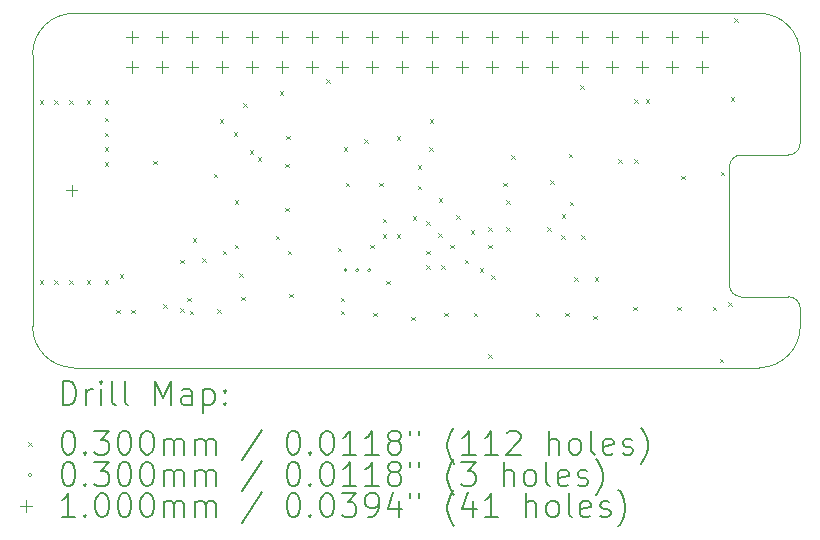
<source format=gbr>
%TF.GenerationSoftware,KiCad,Pcbnew,8.0.3-8.0.3-0~ubuntu22.04.1*%
%TF.CreationDate,2025-01-19T16:51:54+01:00*%
%TF.ProjectId,ADC_pHAT_AFE_ADC10080,4144435f-7048-4415-945f-4146455f4144,rev?*%
%TF.SameCoordinates,PX5cbead0PY5705d50*%
%TF.FileFunction,Drillmap*%
%TF.FilePolarity,Positive*%
%FSLAX45Y45*%
G04 Gerber Fmt 4.5, Leading zero omitted, Abs format (unit mm)*
G04 Created by KiCad (PCBNEW 8.0.3-8.0.3-0~ubuntu22.04.1) date 2025-01-19 16:51:54*
%MOMM*%
%LPD*%
G01*
G04 APERTURE LIST*
%ADD10C,0.100000*%
%ADD11C,0.200000*%
G04 APERTURE END LIST*
D10*
X6500000Y350000D02*
G75*
G02*
X6150000Y0I-350000J0D01*
G01*
X6150000Y0D02*
X350000Y0D01*
X5900000Y1700000D02*
G75*
G02*
X6000000Y1800000I100000J0D01*
G01*
X6000000Y1800000D02*
X6400000Y1800000D01*
X6400000Y600000D02*
G75*
G02*
X6500000Y500000I0J-100000D01*
G01*
X0Y350000D02*
X0Y2650000D01*
X6150000Y3000000D02*
G75*
G02*
X6500000Y2650000I0J-350000D01*
G01*
X5900000Y700000D02*
X5900000Y1700000D01*
X6500000Y1900000D02*
G75*
G02*
X6400000Y1800000I-100000J0D01*
G01*
X6000000Y600000D02*
G75*
G02*
X5900000Y700000I0J100000D01*
G01*
X0Y2650000D02*
G75*
G02*
X350000Y3000000I350000J0D01*
G01*
X350000Y3000000D02*
X6150000Y3000000D01*
X6400000Y600000D02*
X6000000Y600000D01*
X350000Y0D02*
G75*
G02*
X0Y350000I0J350000D01*
G01*
X6500000Y2650000D02*
X6500000Y1900000D01*
X6500000Y500000D02*
X6500000Y350000D01*
D11*
D10*
X60000Y2265000D02*
X90000Y2235000D01*
X90000Y2265000D02*
X60000Y2235000D01*
X60000Y740000D02*
X90000Y710000D01*
X90000Y740000D02*
X60000Y710000D01*
X185000Y2265000D02*
X215000Y2235000D01*
X215000Y2265000D02*
X185000Y2235000D01*
X185000Y740000D02*
X215000Y710000D01*
X215000Y740000D02*
X185000Y710000D01*
X310000Y2265000D02*
X340000Y2235000D01*
X340000Y2265000D02*
X310000Y2235000D01*
X310000Y740000D02*
X340000Y710000D01*
X340000Y740000D02*
X310000Y710000D01*
X460000Y2265000D02*
X490000Y2235000D01*
X490000Y2265000D02*
X460000Y2235000D01*
X460000Y740000D02*
X490000Y710000D01*
X490000Y740000D02*
X460000Y710000D01*
X610000Y2265000D02*
X640000Y2235000D01*
X640000Y2265000D02*
X610000Y2235000D01*
X610000Y2115000D02*
X640000Y2085000D01*
X640000Y2115000D02*
X610000Y2085000D01*
X610000Y1990000D02*
X640000Y1960000D01*
X640000Y1990000D02*
X610000Y1960000D01*
X610000Y1865000D02*
X640000Y1835000D01*
X640000Y1865000D02*
X610000Y1835000D01*
X610000Y1740000D02*
X640000Y1710000D01*
X640000Y1740000D02*
X610000Y1710000D01*
X610000Y740000D02*
X640000Y710000D01*
X640000Y740000D02*
X610000Y710000D01*
X710000Y490000D02*
X740000Y460000D01*
X740000Y490000D02*
X710000Y460000D01*
X740000Y790000D02*
X770000Y760000D01*
X770000Y790000D02*
X740000Y760000D01*
X835000Y490000D02*
X865000Y460000D01*
X865000Y490000D02*
X835000Y460000D01*
X1022500Y1752500D02*
X1052500Y1722500D01*
X1052500Y1752500D02*
X1022500Y1722500D01*
X1105000Y535000D02*
X1135000Y505000D01*
X1135000Y535000D02*
X1105000Y505000D01*
X1250000Y915000D02*
X1280000Y885000D01*
X1280000Y915000D02*
X1250000Y885000D01*
X1250000Y505000D02*
X1280000Y475000D01*
X1280000Y505000D02*
X1250000Y475000D01*
X1310000Y590000D02*
X1340000Y560000D01*
X1340000Y590000D02*
X1310000Y560000D01*
X1330000Y480000D02*
X1360000Y450000D01*
X1360000Y480000D02*
X1330000Y450000D01*
X1355000Y1095000D02*
X1385000Y1065000D01*
X1385000Y1095000D02*
X1355000Y1065000D01*
X1435000Y925000D02*
X1465000Y895000D01*
X1465000Y925000D02*
X1435000Y895000D01*
X1535000Y1640000D02*
X1565000Y1610000D01*
X1565000Y1640000D02*
X1535000Y1610000D01*
X1565000Y495000D02*
X1595000Y465000D01*
X1595000Y495000D02*
X1565000Y465000D01*
X1585000Y2105000D02*
X1615000Y2075000D01*
X1615000Y2105000D02*
X1585000Y2075000D01*
X1610000Y990000D02*
X1640000Y960000D01*
X1640000Y990000D02*
X1610000Y960000D01*
X1705000Y1995000D02*
X1735000Y1965000D01*
X1735000Y1995000D02*
X1705000Y1965000D01*
X1710000Y1415000D02*
X1740000Y1385000D01*
X1740000Y1415000D02*
X1710000Y1385000D01*
X1710000Y1040000D02*
X1740000Y1010000D01*
X1740000Y1040000D02*
X1710000Y1010000D01*
X1750000Y800000D02*
X1780000Y770000D01*
X1780000Y800000D02*
X1750000Y770000D01*
X1765000Y600000D02*
X1795000Y570000D01*
X1795000Y600000D02*
X1765000Y570000D01*
X1785000Y2240000D02*
X1815000Y2210000D01*
X1815000Y2240000D02*
X1785000Y2210000D01*
X1840000Y1840000D02*
X1870000Y1810000D01*
X1870000Y1840000D02*
X1840000Y1810000D01*
X1905000Y1780000D02*
X1935000Y1750000D01*
X1935000Y1780000D02*
X1905000Y1750000D01*
X2060000Y1115000D02*
X2090000Y1085000D01*
X2090000Y1115000D02*
X2060000Y1085000D01*
X2092000Y2340000D02*
X2122000Y2310000D01*
X2122000Y2340000D02*
X2092000Y2310000D01*
X2140000Y1725000D02*
X2170000Y1695000D01*
X2170000Y1725000D02*
X2140000Y1695000D01*
X2140000Y1355000D02*
X2170000Y1325000D01*
X2170000Y1355000D02*
X2140000Y1325000D01*
X2147500Y1962500D02*
X2177500Y1932500D01*
X2177500Y1962500D02*
X2147500Y1932500D01*
X2160000Y990000D02*
X2190000Y960000D01*
X2190000Y990000D02*
X2160000Y960000D01*
X2175000Y625000D02*
X2205000Y595000D01*
X2205000Y625000D02*
X2175000Y595000D01*
X2485000Y2440000D02*
X2515000Y2410000D01*
X2515000Y2440000D02*
X2485000Y2410000D01*
X2585000Y1015000D02*
X2615000Y985000D01*
X2615000Y1015000D02*
X2585000Y985000D01*
X2610000Y590000D02*
X2640000Y560000D01*
X2640000Y590000D02*
X2610000Y560000D01*
X2610000Y480000D02*
X2640000Y450000D01*
X2640000Y480000D02*
X2610000Y450000D01*
X2635000Y1865000D02*
X2665000Y1835000D01*
X2665000Y1865000D02*
X2635000Y1835000D01*
X2650000Y1565000D02*
X2680000Y1535000D01*
X2680000Y1565000D02*
X2650000Y1535000D01*
X2810000Y1935000D02*
X2840000Y1905000D01*
X2840000Y1935000D02*
X2810000Y1905000D01*
X2860000Y1040000D02*
X2890000Y1010000D01*
X2890000Y1040000D02*
X2860000Y1010000D01*
X2884500Y464000D02*
X2914500Y434000D01*
X2914500Y464000D02*
X2884500Y434000D01*
X2935000Y1565000D02*
X2965000Y1535000D01*
X2965000Y1565000D02*
X2935000Y1535000D01*
X2965000Y1260000D02*
X2995000Y1230000D01*
X2995000Y1260000D02*
X2965000Y1230000D01*
X2965000Y1130000D02*
X2995000Y1100000D01*
X2995000Y1130000D02*
X2965000Y1100000D01*
X2995000Y735000D02*
X3025000Y705000D01*
X3025000Y735000D02*
X2995000Y705000D01*
X3085000Y1960000D02*
X3115000Y1930000D01*
X3115000Y1960000D02*
X3085000Y1930000D01*
X3085000Y1130000D02*
X3115000Y1100000D01*
X3115000Y1130000D02*
X3085000Y1100000D01*
X3204500Y429000D02*
X3234500Y399000D01*
X3234500Y429000D02*
X3204500Y399000D01*
X3220000Y1280000D02*
X3250000Y1250000D01*
X3250000Y1280000D02*
X3220000Y1250000D01*
X3260000Y1715000D02*
X3290000Y1685000D01*
X3290000Y1715000D02*
X3260000Y1685000D01*
X3260000Y1540000D02*
X3290000Y1510000D01*
X3290000Y1540000D02*
X3260000Y1510000D01*
X3335000Y1240000D02*
X3365000Y1210000D01*
X3365000Y1240000D02*
X3335000Y1210000D01*
X3335000Y990000D02*
X3365000Y960000D01*
X3365000Y990000D02*
X3335000Y960000D01*
X3335000Y865000D02*
X3365000Y835000D01*
X3365000Y865000D02*
X3335000Y835000D01*
X3360000Y1865000D02*
X3390000Y1835000D01*
X3390000Y1865000D02*
X3360000Y1835000D01*
X3362000Y2104000D02*
X3392000Y2074000D01*
X3392000Y2104000D02*
X3362000Y2074000D01*
X3435000Y1140000D02*
X3465000Y1110000D01*
X3465000Y1140000D02*
X3435000Y1110000D01*
X3440000Y1435000D02*
X3470000Y1405000D01*
X3470000Y1435000D02*
X3440000Y1405000D01*
X3460000Y865000D02*
X3490000Y835000D01*
X3490000Y865000D02*
X3460000Y835000D01*
X3484500Y464000D02*
X3514500Y434000D01*
X3514500Y464000D02*
X3484500Y434000D01*
X3535000Y1040000D02*
X3565000Y1010000D01*
X3565000Y1040000D02*
X3535000Y1010000D01*
X3585000Y1290000D02*
X3615000Y1260000D01*
X3615000Y1290000D02*
X3585000Y1260000D01*
X3660000Y915000D02*
X3690000Y885000D01*
X3690000Y915000D02*
X3660000Y885000D01*
X3710000Y1165000D02*
X3740000Y1135000D01*
X3740000Y1165000D02*
X3710000Y1135000D01*
X3734500Y464000D02*
X3764500Y434000D01*
X3764500Y464000D02*
X3734500Y434000D01*
X3785000Y840000D02*
X3815000Y810000D01*
X3815000Y840000D02*
X3785000Y810000D01*
X3860000Y1190000D02*
X3890000Y1160000D01*
X3890000Y1190000D02*
X3860000Y1160000D01*
X3860000Y1040000D02*
X3890000Y1010000D01*
X3890000Y1040000D02*
X3860000Y1010000D01*
X3860000Y115000D02*
X3890000Y85000D01*
X3890000Y115000D02*
X3860000Y85000D01*
X3885000Y782500D02*
X3915000Y752500D01*
X3915000Y782500D02*
X3885000Y752500D01*
X3985000Y1565000D02*
X4015000Y1535000D01*
X4015000Y1565000D02*
X3985000Y1535000D01*
X4010000Y1415000D02*
X4040000Y1385000D01*
X4040000Y1415000D02*
X4010000Y1385000D01*
X4010000Y1190000D02*
X4040000Y1160000D01*
X4040000Y1190000D02*
X4010000Y1160000D01*
X4054500Y1799000D02*
X4084500Y1769000D01*
X4084500Y1799000D02*
X4054500Y1769000D01*
X4259500Y464000D02*
X4289500Y434000D01*
X4289500Y464000D02*
X4259500Y434000D01*
X4360000Y1190000D02*
X4390000Y1160000D01*
X4390000Y1190000D02*
X4360000Y1160000D01*
X4385000Y1585000D02*
X4415000Y1555000D01*
X4415000Y1585000D02*
X4385000Y1555000D01*
X4475000Y1120000D02*
X4505000Y1090000D01*
X4505000Y1120000D02*
X4475000Y1090000D01*
X4480000Y1300000D02*
X4510000Y1270000D01*
X4510000Y1300000D02*
X4480000Y1270000D01*
X4509500Y464000D02*
X4539500Y434000D01*
X4539500Y464000D02*
X4509500Y434000D01*
X4540000Y1810000D02*
X4570000Y1780000D01*
X4570000Y1810000D02*
X4540000Y1780000D01*
X4550000Y1405000D02*
X4580000Y1375000D01*
X4580000Y1405000D02*
X4550000Y1375000D01*
X4585000Y765000D02*
X4615000Y735000D01*
X4615000Y765000D02*
X4585000Y735000D01*
X4635000Y2390000D02*
X4665000Y2360000D01*
X4665000Y2390000D02*
X4635000Y2360000D01*
X4645000Y1120000D02*
X4675000Y1090000D01*
X4675000Y1120000D02*
X4645000Y1090000D01*
X4747000Y439000D02*
X4777000Y409000D01*
X4777000Y439000D02*
X4747000Y409000D01*
X4760000Y765000D02*
X4790000Y735000D01*
X4790000Y765000D02*
X4760000Y735000D01*
X4960000Y1765000D02*
X4990000Y1735000D01*
X4990000Y1765000D02*
X4960000Y1735000D01*
X5087000Y516500D02*
X5117000Y486500D01*
X5117000Y516500D02*
X5087000Y486500D01*
X5095000Y2270000D02*
X5125000Y2240000D01*
X5125000Y2270000D02*
X5095000Y2240000D01*
X5095000Y1765000D02*
X5125000Y1735000D01*
X5125000Y1765000D02*
X5095000Y1735000D01*
X5190000Y2270000D02*
X5220000Y2240000D01*
X5220000Y2270000D02*
X5190000Y2240000D01*
X5459500Y514000D02*
X5489500Y484000D01*
X5489500Y514000D02*
X5459500Y484000D01*
X5490000Y1625000D02*
X5520000Y1595000D01*
X5520000Y1625000D02*
X5490000Y1595000D01*
X5759500Y514000D02*
X5789500Y484000D01*
X5789500Y514000D02*
X5759500Y484000D01*
X5820000Y75000D02*
X5850000Y45000D01*
X5850000Y75000D02*
X5820000Y45000D01*
X5825000Y1660000D02*
X5855000Y1630000D01*
X5855000Y1660000D02*
X5825000Y1630000D01*
X5890000Y555000D02*
X5920000Y525000D01*
X5920000Y555000D02*
X5890000Y525000D01*
X5910000Y2290000D02*
X5940000Y2260000D01*
X5940000Y2290000D02*
X5910000Y2260000D01*
X5940000Y2960000D02*
X5970000Y2930000D01*
X5970000Y2960000D02*
X5940000Y2930000D01*
X2665000Y825000D02*
G75*
G02*
X2635000Y825000I-15000J0D01*
G01*
X2635000Y825000D02*
G75*
G02*
X2665000Y825000I15000J0D01*
G01*
X2765000Y825000D02*
G75*
G02*
X2735000Y825000I-15000J0D01*
G01*
X2735000Y825000D02*
G75*
G02*
X2765000Y825000I15000J0D01*
G01*
X2865000Y825000D02*
G75*
G02*
X2835000Y825000I-15000J0D01*
G01*
X2835000Y825000D02*
G75*
G02*
X2865000Y825000I15000J0D01*
G01*
X330000Y1550000D02*
X330000Y1450000D01*
X280000Y1500000D02*
X380000Y1500000D01*
X840000Y2850000D02*
X840000Y2750000D01*
X790000Y2800000D02*
X890000Y2800000D01*
X840000Y2596000D02*
X840000Y2496000D01*
X790000Y2546000D02*
X890000Y2546000D01*
X1094000Y2850000D02*
X1094000Y2750000D01*
X1044000Y2800000D02*
X1144000Y2800000D01*
X1094000Y2596000D02*
X1094000Y2496000D01*
X1044000Y2546000D02*
X1144000Y2546000D01*
X1348000Y2850000D02*
X1348000Y2750000D01*
X1298000Y2800000D02*
X1398000Y2800000D01*
X1348000Y2596000D02*
X1348000Y2496000D01*
X1298000Y2546000D02*
X1398000Y2546000D01*
X1602000Y2850000D02*
X1602000Y2750000D01*
X1552000Y2800000D02*
X1652000Y2800000D01*
X1602000Y2596000D02*
X1602000Y2496000D01*
X1552000Y2546000D02*
X1652000Y2546000D01*
X1856000Y2850000D02*
X1856000Y2750000D01*
X1806000Y2800000D02*
X1906000Y2800000D01*
X1856000Y2596000D02*
X1856000Y2496000D01*
X1806000Y2546000D02*
X1906000Y2546000D01*
X2110000Y2850000D02*
X2110000Y2750000D01*
X2060000Y2800000D02*
X2160000Y2800000D01*
X2110000Y2596000D02*
X2110000Y2496000D01*
X2060000Y2546000D02*
X2160000Y2546000D01*
X2364000Y2850000D02*
X2364000Y2750000D01*
X2314000Y2800000D02*
X2414000Y2800000D01*
X2364000Y2596000D02*
X2364000Y2496000D01*
X2314000Y2546000D02*
X2414000Y2546000D01*
X2618000Y2850000D02*
X2618000Y2750000D01*
X2568000Y2800000D02*
X2668000Y2800000D01*
X2618000Y2596000D02*
X2618000Y2496000D01*
X2568000Y2546000D02*
X2668000Y2546000D01*
X2872000Y2850000D02*
X2872000Y2750000D01*
X2822000Y2800000D02*
X2922000Y2800000D01*
X2872000Y2596000D02*
X2872000Y2496000D01*
X2822000Y2546000D02*
X2922000Y2546000D01*
X3126000Y2850000D02*
X3126000Y2750000D01*
X3076000Y2800000D02*
X3176000Y2800000D01*
X3126000Y2596000D02*
X3126000Y2496000D01*
X3076000Y2546000D02*
X3176000Y2546000D01*
X3380000Y2850000D02*
X3380000Y2750000D01*
X3330000Y2800000D02*
X3430000Y2800000D01*
X3380000Y2596000D02*
X3380000Y2496000D01*
X3330000Y2546000D02*
X3430000Y2546000D01*
X3634000Y2850000D02*
X3634000Y2750000D01*
X3584000Y2800000D02*
X3684000Y2800000D01*
X3634000Y2596000D02*
X3634000Y2496000D01*
X3584000Y2546000D02*
X3684000Y2546000D01*
X3888000Y2850000D02*
X3888000Y2750000D01*
X3838000Y2800000D02*
X3938000Y2800000D01*
X3888000Y2596000D02*
X3888000Y2496000D01*
X3838000Y2546000D02*
X3938000Y2546000D01*
X4142000Y2850000D02*
X4142000Y2750000D01*
X4092000Y2800000D02*
X4192000Y2800000D01*
X4142000Y2596000D02*
X4142000Y2496000D01*
X4092000Y2546000D02*
X4192000Y2546000D01*
X4396000Y2850000D02*
X4396000Y2750000D01*
X4346000Y2800000D02*
X4446000Y2800000D01*
X4396000Y2596000D02*
X4396000Y2496000D01*
X4346000Y2546000D02*
X4446000Y2546000D01*
X4650000Y2850000D02*
X4650000Y2750000D01*
X4600000Y2800000D02*
X4700000Y2800000D01*
X4650000Y2596000D02*
X4650000Y2496000D01*
X4600000Y2546000D02*
X4700000Y2546000D01*
X4904000Y2850000D02*
X4904000Y2750000D01*
X4854000Y2800000D02*
X4954000Y2800000D01*
X4904000Y2596000D02*
X4904000Y2496000D01*
X4854000Y2546000D02*
X4954000Y2546000D01*
X5158000Y2850000D02*
X5158000Y2750000D01*
X5108000Y2800000D02*
X5208000Y2800000D01*
X5158000Y2596000D02*
X5158000Y2496000D01*
X5108000Y2546000D02*
X5208000Y2546000D01*
X5412000Y2850000D02*
X5412000Y2750000D01*
X5362000Y2800000D02*
X5462000Y2800000D01*
X5412000Y2596000D02*
X5412000Y2496000D01*
X5362000Y2546000D02*
X5462000Y2546000D01*
X5666000Y2850000D02*
X5666000Y2750000D01*
X5616000Y2800000D02*
X5716000Y2800000D01*
X5666000Y2596000D02*
X5666000Y2496000D01*
X5616000Y2546000D02*
X5716000Y2546000D01*
D11*
X255777Y-316484D02*
X255777Y-116484D01*
X255777Y-116484D02*
X303396Y-116484D01*
X303396Y-116484D02*
X331967Y-126008D01*
X331967Y-126008D02*
X351015Y-145055D01*
X351015Y-145055D02*
X360539Y-164103D01*
X360539Y-164103D02*
X370062Y-202198D01*
X370062Y-202198D02*
X370062Y-230769D01*
X370062Y-230769D02*
X360539Y-268865D01*
X360539Y-268865D02*
X351015Y-287912D01*
X351015Y-287912D02*
X331967Y-306960D01*
X331967Y-306960D02*
X303396Y-316484D01*
X303396Y-316484D02*
X255777Y-316484D01*
X455777Y-316484D02*
X455777Y-183150D01*
X455777Y-221246D02*
X465301Y-202198D01*
X465301Y-202198D02*
X474824Y-192674D01*
X474824Y-192674D02*
X493872Y-183150D01*
X493872Y-183150D02*
X512920Y-183150D01*
X579586Y-316484D02*
X579586Y-183150D01*
X579586Y-116484D02*
X570063Y-126008D01*
X570063Y-126008D02*
X579586Y-135531D01*
X579586Y-135531D02*
X589110Y-126008D01*
X589110Y-126008D02*
X579586Y-116484D01*
X579586Y-116484D02*
X579586Y-135531D01*
X703396Y-316484D02*
X684348Y-306960D01*
X684348Y-306960D02*
X674824Y-287912D01*
X674824Y-287912D02*
X674824Y-116484D01*
X808158Y-316484D02*
X789110Y-306960D01*
X789110Y-306960D02*
X779586Y-287912D01*
X779586Y-287912D02*
X779586Y-116484D01*
X1036729Y-316484D02*
X1036729Y-116484D01*
X1036729Y-116484D02*
X1103396Y-259341D01*
X1103396Y-259341D02*
X1170063Y-116484D01*
X1170063Y-116484D02*
X1170063Y-316484D01*
X1351015Y-316484D02*
X1351015Y-211722D01*
X1351015Y-211722D02*
X1341491Y-192674D01*
X1341491Y-192674D02*
X1322444Y-183150D01*
X1322444Y-183150D02*
X1284348Y-183150D01*
X1284348Y-183150D02*
X1265301Y-192674D01*
X1351015Y-306960D02*
X1331967Y-316484D01*
X1331967Y-316484D02*
X1284348Y-316484D01*
X1284348Y-316484D02*
X1265301Y-306960D01*
X1265301Y-306960D02*
X1255777Y-287912D01*
X1255777Y-287912D02*
X1255777Y-268865D01*
X1255777Y-268865D02*
X1265301Y-249817D01*
X1265301Y-249817D02*
X1284348Y-240293D01*
X1284348Y-240293D02*
X1331967Y-240293D01*
X1331967Y-240293D02*
X1351015Y-230769D01*
X1446253Y-183150D02*
X1446253Y-383150D01*
X1446253Y-192674D02*
X1465301Y-183150D01*
X1465301Y-183150D02*
X1503396Y-183150D01*
X1503396Y-183150D02*
X1522443Y-192674D01*
X1522443Y-192674D02*
X1531967Y-202198D01*
X1531967Y-202198D02*
X1541491Y-221246D01*
X1541491Y-221246D02*
X1541491Y-278389D01*
X1541491Y-278389D02*
X1531967Y-297436D01*
X1531967Y-297436D02*
X1522443Y-306960D01*
X1522443Y-306960D02*
X1503396Y-316484D01*
X1503396Y-316484D02*
X1465301Y-316484D01*
X1465301Y-316484D02*
X1446253Y-306960D01*
X1627205Y-297436D02*
X1636729Y-306960D01*
X1636729Y-306960D02*
X1627205Y-316484D01*
X1627205Y-316484D02*
X1617682Y-306960D01*
X1617682Y-306960D02*
X1627205Y-297436D01*
X1627205Y-297436D02*
X1627205Y-316484D01*
X1627205Y-192674D02*
X1636729Y-202198D01*
X1636729Y-202198D02*
X1627205Y-211722D01*
X1627205Y-211722D02*
X1617682Y-202198D01*
X1617682Y-202198D02*
X1627205Y-192674D01*
X1627205Y-192674D02*
X1627205Y-211722D01*
D10*
X-35000Y-630000D02*
X-5000Y-660000D01*
X-5000Y-630000D02*
X-35000Y-660000D01*
D11*
X293872Y-536484D02*
X312920Y-536484D01*
X312920Y-536484D02*
X331967Y-546008D01*
X331967Y-546008D02*
X341491Y-555531D01*
X341491Y-555531D02*
X351015Y-574579D01*
X351015Y-574579D02*
X360539Y-612674D01*
X360539Y-612674D02*
X360539Y-660293D01*
X360539Y-660293D02*
X351015Y-698389D01*
X351015Y-698389D02*
X341491Y-717436D01*
X341491Y-717436D02*
X331967Y-726960D01*
X331967Y-726960D02*
X312920Y-736484D01*
X312920Y-736484D02*
X293872Y-736484D01*
X293872Y-736484D02*
X274824Y-726960D01*
X274824Y-726960D02*
X265301Y-717436D01*
X265301Y-717436D02*
X255777Y-698389D01*
X255777Y-698389D02*
X246253Y-660293D01*
X246253Y-660293D02*
X246253Y-612674D01*
X246253Y-612674D02*
X255777Y-574579D01*
X255777Y-574579D02*
X265301Y-555531D01*
X265301Y-555531D02*
X274824Y-546008D01*
X274824Y-546008D02*
X293872Y-536484D01*
X446253Y-717436D02*
X455777Y-726960D01*
X455777Y-726960D02*
X446253Y-736484D01*
X446253Y-736484D02*
X436729Y-726960D01*
X436729Y-726960D02*
X446253Y-717436D01*
X446253Y-717436D02*
X446253Y-736484D01*
X522443Y-536484D02*
X646253Y-536484D01*
X646253Y-536484D02*
X579586Y-612674D01*
X579586Y-612674D02*
X608158Y-612674D01*
X608158Y-612674D02*
X627205Y-622198D01*
X627205Y-622198D02*
X636729Y-631722D01*
X636729Y-631722D02*
X646253Y-650770D01*
X646253Y-650770D02*
X646253Y-698389D01*
X646253Y-698389D02*
X636729Y-717436D01*
X636729Y-717436D02*
X627205Y-726960D01*
X627205Y-726960D02*
X608158Y-736484D01*
X608158Y-736484D02*
X551015Y-736484D01*
X551015Y-736484D02*
X531967Y-726960D01*
X531967Y-726960D02*
X522443Y-717436D01*
X770062Y-536484D02*
X789110Y-536484D01*
X789110Y-536484D02*
X808158Y-546008D01*
X808158Y-546008D02*
X817682Y-555531D01*
X817682Y-555531D02*
X827205Y-574579D01*
X827205Y-574579D02*
X836729Y-612674D01*
X836729Y-612674D02*
X836729Y-660293D01*
X836729Y-660293D02*
X827205Y-698389D01*
X827205Y-698389D02*
X817682Y-717436D01*
X817682Y-717436D02*
X808158Y-726960D01*
X808158Y-726960D02*
X789110Y-736484D01*
X789110Y-736484D02*
X770062Y-736484D01*
X770062Y-736484D02*
X751015Y-726960D01*
X751015Y-726960D02*
X741491Y-717436D01*
X741491Y-717436D02*
X731967Y-698389D01*
X731967Y-698389D02*
X722443Y-660293D01*
X722443Y-660293D02*
X722443Y-612674D01*
X722443Y-612674D02*
X731967Y-574579D01*
X731967Y-574579D02*
X741491Y-555531D01*
X741491Y-555531D02*
X751015Y-546008D01*
X751015Y-546008D02*
X770062Y-536484D01*
X960539Y-536484D02*
X979586Y-536484D01*
X979586Y-536484D02*
X998634Y-546008D01*
X998634Y-546008D02*
X1008158Y-555531D01*
X1008158Y-555531D02*
X1017682Y-574579D01*
X1017682Y-574579D02*
X1027205Y-612674D01*
X1027205Y-612674D02*
X1027205Y-660293D01*
X1027205Y-660293D02*
X1017682Y-698389D01*
X1017682Y-698389D02*
X1008158Y-717436D01*
X1008158Y-717436D02*
X998634Y-726960D01*
X998634Y-726960D02*
X979586Y-736484D01*
X979586Y-736484D02*
X960539Y-736484D01*
X960539Y-736484D02*
X941491Y-726960D01*
X941491Y-726960D02*
X931967Y-717436D01*
X931967Y-717436D02*
X922443Y-698389D01*
X922443Y-698389D02*
X912920Y-660293D01*
X912920Y-660293D02*
X912920Y-612674D01*
X912920Y-612674D02*
X922443Y-574579D01*
X922443Y-574579D02*
X931967Y-555531D01*
X931967Y-555531D02*
X941491Y-546008D01*
X941491Y-546008D02*
X960539Y-536484D01*
X1112920Y-736484D02*
X1112920Y-603150D01*
X1112920Y-622198D02*
X1122444Y-612674D01*
X1122444Y-612674D02*
X1141491Y-603150D01*
X1141491Y-603150D02*
X1170063Y-603150D01*
X1170063Y-603150D02*
X1189110Y-612674D01*
X1189110Y-612674D02*
X1198634Y-631722D01*
X1198634Y-631722D02*
X1198634Y-736484D01*
X1198634Y-631722D02*
X1208158Y-612674D01*
X1208158Y-612674D02*
X1227205Y-603150D01*
X1227205Y-603150D02*
X1255777Y-603150D01*
X1255777Y-603150D02*
X1274825Y-612674D01*
X1274825Y-612674D02*
X1284348Y-631722D01*
X1284348Y-631722D02*
X1284348Y-736484D01*
X1379586Y-736484D02*
X1379586Y-603150D01*
X1379586Y-622198D02*
X1389110Y-612674D01*
X1389110Y-612674D02*
X1408158Y-603150D01*
X1408158Y-603150D02*
X1436729Y-603150D01*
X1436729Y-603150D02*
X1455777Y-612674D01*
X1455777Y-612674D02*
X1465301Y-631722D01*
X1465301Y-631722D02*
X1465301Y-736484D01*
X1465301Y-631722D02*
X1474824Y-612674D01*
X1474824Y-612674D02*
X1493872Y-603150D01*
X1493872Y-603150D02*
X1522443Y-603150D01*
X1522443Y-603150D02*
X1541491Y-612674D01*
X1541491Y-612674D02*
X1551015Y-631722D01*
X1551015Y-631722D02*
X1551015Y-736484D01*
X1941491Y-526960D02*
X1770063Y-784103D01*
X2198634Y-536484D02*
X2217682Y-536484D01*
X2217682Y-536484D02*
X2236729Y-546008D01*
X2236729Y-546008D02*
X2246253Y-555531D01*
X2246253Y-555531D02*
X2255777Y-574579D01*
X2255777Y-574579D02*
X2265301Y-612674D01*
X2265301Y-612674D02*
X2265301Y-660293D01*
X2265301Y-660293D02*
X2255777Y-698389D01*
X2255777Y-698389D02*
X2246253Y-717436D01*
X2246253Y-717436D02*
X2236729Y-726960D01*
X2236729Y-726960D02*
X2217682Y-736484D01*
X2217682Y-736484D02*
X2198634Y-736484D01*
X2198634Y-736484D02*
X2179587Y-726960D01*
X2179587Y-726960D02*
X2170063Y-717436D01*
X2170063Y-717436D02*
X2160539Y-698389D01*
X2160539Y-698389D02*
X2151015Y-660293D01*
X2151015Y-660293D02*
X2151015Y-612674D01*
X2151015Y-612674D02*
X2160539Y-574579D01*
X2160539Y-574579D02*
X2170063Y-555531D01*
X2170063Y-555531D02*
X2179587Y-546008D01*
X2179587Y-546008D02*
X2198634Y-536484D01*
X2351015Y-717436D02*
X2360539Y-726960D01*
X2360539Y-726960D02*
X2351015Y-736484D01*
X2351015Y-736484D02*
X2341491Y-726960D01*
X2341491Y-726960D02*
X2351015Y-717436D01*
X2351015Y-717436D02*
X2351015Y-736484D01*
X2484348Y-536484D02*
X2503396Y-536484D01*
X2503396Y-536484D02*
X2522444Y-546008D01*
X2522444Y-546008D02*
X2531968Y-555531D01*
X2531968Y-555531D02*
X2541491Y-574579D01*
X2541491Y-574579D02*
X2551015Y-612674D01*
X2551015Y-612674D02*
X2551015Y-660293D01*
X2551015Y-660293D02*
X2541491Y-698389D01*
X2541491Y-698389D02*
X2531968Y-717436D01*
X2531968Y-717436D02*
X2522444Y-726960D01*
X2522444Y-726960D02*
X2503396Y-736484D01*
X2503396Y-736484D02*
X2484348Y-736484D01*
X2484348Y-736484D02*
X2465301Y-726960D01*
X2465301Y-726960D02*
X2455777Y-717436D01*
X2455777Y-717436D02*
X2446253Y-698389D01*
X2446253Y-698389D02*
X2436729Y-660293D01*
X2436729Y-660293D02*
X2436729Y-612674D01*
X2436729Y-612674D02*
X2446253Y-574579D01*
X2446253Y-574579D02*
X2455777Y-555531D01*
X2455777Y-555531D02*
X2465301Y-546008D01*
X2465301Y-546008D02*
X2484348Y-536484D01*
X2741491Y-736484D02*
X2627206Y-736484D01*
X2684348Y-736484D02*
X2684348Y-536484D01*
X2684348Y-536484D02*
X2665301Y-565055D01*
X2665301Y-565055D02*
X2646253Y-584103D01*
X2646253Y-584103D02*
X2627206Y-593627D01*
X2931967Y-736484D02*
X2817682Y-736484D01*
X2874825Y-736484D02*
X2874825Y-536484D01*
X2874825Y-536484D02*
X2855777Y-565055D01*
X2855777Y-565055D02*
X2836729Y-584103D01*
X2836729Y-584103D02*
X2817682Y-593627D01*
X3046253Y-622198D02*
X3027206Y-612674D01*
X3027206Y-612674D02*
X3017682Y-603150D01*
X3017682Y-603150D02*
X3008158Y-584103D01*
X3008158Y-584103D02*
X3008158Y-574579D01*
X3008158Y-574579D02*
X3017682Y-555531D01*
X3017682Y-555531D02*
X3027206Y-546008D01*
X3027206Y-546008D02*
X3046253Y-536484D01*
X3046253Y-536484D02*
X3084348Y-536484D01*
X3084348Y-536484D02*
X3103396Y-546008D01*
X3103396Y-546008D02*
X3112920Y-555531D01*
X3112920Y-555531D02*
X3122444Y-574579D01*
X3122444Y-574579D02*
X3122444Y-584103D01*
X3122444Y-584103D02*
X3112920Y-603150D01*
X3112920Y-603150D02*
X3103396Y-612674D01*
X3103396Y-612674D02*
X3084348Y-622198D01*
X3084348Y-622198D02*
X3046253Y-622198D01*
X3046253Y-622198D02*
X3027206Y-631722D01*
X3027206Y-631722D02*
X3017682Y-641246D01*
X3017682Y-641246D02*
X3008158Y-660293D01*
X3008158Y-660293D02*
X3008158Y-698389D01*
X3008158Y-698389D02*
X3017682Y-717436D01*
X3017682Y-717436D02*
X3027206Y-726960D01*
X3027206Y-726960D02*
X3046253Y-736484D01*
X3046253Y-736484D02*
X3084348Y-736484D01*
X3084348Y-736484D02*
X3103396Y-726960D01*
X3103396Y-726960D02*
X3112920Y-717436D01*
X3112920Y-717436D02*
X3122444Y-698389D01*
X3122444Y-698389D02*
X3122444Y-660293D01*
X3122444Y-660293D02*
X3112920Y-641246D01*
X3112920Y-641246D02*
X3103396Y-631722D01*
X3103396Y-631722D02*
X3084348Y-622198D01*
X3198634Y-536484D02*
X3198634Y-574579D01*
X3274825Y-536484D02*
X3274825Y-574579D01*
X3570063Y-812674D02*
X3560539Y-803150D01*
X3560539Y-803150D02*
X3541491Y-774579D01*
X3541491Y-774579D02*
X3531968Y-755531D01*
X3531968Y-755531D02*
X3522444Y-726960D01*
X3522444Y-726960D02*
X3512920Y-679341D01*
X3512920Y-679341D02*
X3512920Y-641246D01*
X3512920Y-641246D02*
X3522444Y-593627D01*
X3522444Y-593627D02*
X3531968Y-565055D01*
X3531968Y-565055D02*
X3541491Y-546008D01*
X3541491Y-546008D02*
X3560539Y-517436D01*
X3560539Y-517436D02*
X3570063Y-507912D01*
X3751015Y-736484D02*
X3636729Y-736484D01*
X3693872Y-736484D02*
X3693872Y-536484D01*
X3693872Y-536484D02*
X3674825Y-565055D01*
X3674825Y-565055D02*
X3655777Y-584103D01*
X3655777Y-584103D02*
X3636729Y-593627D01*
X3941491Y-736484D02*
X3827206Y-736484D01*
X3884348Y-736484D02*
X3884348Y-536484D01*
X3884348Y-536484D02*
X3865301Y-565055D01*
X3865301Y-565055D02*
X3846253Y-584103D01*
X3846253Y-584103D02*
X3827206Y-593627D01*
X4017682Y-555531D02*
X4027206Y-546008D01*
X4027206Y-546008D02*
X4046253Y-536484D01*
X4046253Y-536484D02*
X4093872Y-536484D01*
X4093872Y-536484D02*
X4112920Y-546008D01*
X4112920Y-546008D02*
X4122444Y-555531D01*
X4122444Y-555531D02*
X4131968Y-574579D01*
X4131968Y-574579D02*
X4131968Y-593627D01*
X4131968Y-593627D02*
X4122444Y-622198D01*
X4122444Y-622198D02*
X4008158Y-736484D01*
X4008158Y-736484D02*
X4131968Y-736484D01*
X4370063Y-736484D02*
X4370063Y-536484D01*
X4455777Y-736484D02*
X4455777Y-631722D01*
X4455777Y-631722D02*
X4446253Y-612674D01*
X4446253Y-612674D02*
X4427206Y-603150D01*
X4427206Y-603150D02*
X4398634Y-603150D01*
X4398634Y-603150D02*
X4379587Y-612674D01*
X4379587Y-612674D02*
X4370063Y-622198D01*
X4579587Y-736484D02*
X4560539Y-726960D01*
X4560539Y-726960D02*
X4551015Y-717436D01*
X4551015Y-717436D02*
X4541492Y-698389D01*
X4541492Y-698389D02*
X4541492Y-641246D01*
X4541492Y-641246D02*
X4551015Y-622198D01*
X4551015Y-622198D02*
X4560539Y-612674D01*
X4560539Y-612674D02*
X4579587Y-603150D01*
X4579587Y-603150D02*
X4608158Y-603150D01*
X4608158Y-603150D02*
X4627206Y-612674D01*
X4627206Y-612674D02*
X4636730Y-622198D01*
X4636730Y-622198D02*
X4646253Y-641246D01*
X4646253Y-641246D02*
X4646253Y-698389D01*
X4646253Y-698389D02*
X4636730Y-717436D01*
X4636730Y-717436D02*
X4627206Y-726960D01*
X4627206Y-726960D02*
X4608158Y-736484D01*
X4608158Y-736484D02*
X4579587Y-736484D01*
X4760539Y-736484D02*
X4741492Y-726960D01*
X4741492Y-726960D02*
X4731968Y-707912D01*
X4731968Y-707912D02*
X4731968Y-536484D01*
X4912920Y-726960D02*
X4893873Y-736484D01*
X4893873Y-736484D02*
X4855777Y-736484D01*
X4855777Y-736484D02*
X4836730Y-726960D01*
X4836730Y-726960D02*
X4827206Y-707912D01*
X4827206Y-707912D02*
X4827206Y-631722D01*
X4827206Y-631722D02*
X4836730Y-612674D01*
X4836730Y-612674D02*
X4855777Y-603150D01*
X4855777Y-603150D02*
X4893873Y-603150D01*
X4893873Y-603150D02*
X4912920Y-612674D01*
X4912920Y-612674D02*
X4922444Y-631722D01*
X4922444Y-631722D02*
X4922444Y-650770D01*
X4922444Y-650770D02*
X4827206Y-669817D01*
X4998634Y-726960D02*
X5017682Y-736484D01*
X5017682Y-736484D02*
X5055777Y-736484D01*
X5055777Y-736484D02*
X5074825Y-726960D01*
X5074825Y-726960D02*
X5084349Y-707912D01*
X5084349Y-707912D02*
X5084349Y-698389D01*
X5084349Y-698389D02*
X5074825Y-679341D01*
X5074825Y-679341D02*
X5055777Y-669817D01*
X5055777Y-669817D02*
X5027206Y-669817D01*
X5027206Y-669817D02*
X5008158Y-660293D01*
X5008158Y-660293D02*
X4998634Y-641246D01*
X4998634Y-641246D02*
X4998634Y-631722D01*
X4998634Y-631722D02*
X5008158Y-612674D01*
X5008158Y-612674D02*
X5027206Y-603150D01*
X5027206Y-603150D02*
X5055777Y-603150D01*
X5055777Y-603150D02*
X5074825Y-612674D01*
X5151015Y-812674D02*
X5160539Y-803150D01*
X5160539Y-803150D02*
X5179587Y-774579D01*
X5179587Y-774579D02*
X5189111Y-755531D01*
X5189111Y-755531D02*
X5198634Y-726960D01*
X5198634Y-726960D02*
X5208158Y-679341D01*
X5208158Y-679341D02*
X5208158Y-641246D01*
X5208158Y-641246D02*
X5198634Y-593627D01*
X5198634Y-593627D02*
X5189111Y-565055D01*
X5189111Y-565055D02*
X5179587Y-546008D01*
X5179587Y-546008D02*
X5160539Y-517436D01*
X5160539Y-517436D02*
X5151015Y-507912D01*
D10*
X-5000Y-909000D02*
G75*
G02*
X-35000Y-909000I-15000J0D01*
G01*
X-35000Y-909000D02*
G75*
G02*
X-5000Y-909000I15000J0D01*
G01*
D11*
X293872Y-800484D02*
X312920Y-800484D01*
X312920Y-800484D02*
X331967Y-810008D01*
X331967Y-810008D02*
X341491Y-819531D01*
X341491Y-819531D02*
X351015Y-838579D01*
X351015Y-838579D02*
X360539Y-876674D01*
X360539Y-876674D02*
X360539Y-924293D01*
X360539Y-924293D02*
X351015Y-962388D01*
X351015Y-962388D02*
X341491Y-981436D01*
X341491Y-981436D02*
X331967Y-990960D01*
X331967Y-990960D02*
X312920Y-1000484D01*
X312920Y-1000484D02*
X293872Y-1000484D01*
X293872Y-1000484D02*
X274824Y-990960D01*
X274824Y-990960D02*
X265301Y-981436D01*
X265301Y-981436D02*
X255777Y-962388D01*
X255777Y-962388D02*
X246253Y-924293D01*
X246253Y-924293D02*
X246253Y-876674D01*
X246253Y-876674D02*
X255777Y-838579D01*
X255777Y-838579D02*
X265301Y-819531D01*
X265301Y-819531D02*
X274824Y-810008D01*
X274824Y-810008D02*
X293872Y-800484D01*
X446253Y-981436D02*
X455777Y-990960D01*
X455777Y-990960D02*
X446253Y-1000484D01*
X446253Y-1000484D02*
X436729Y-990960D01*
X436729Y-990960D02*
X446253Y-981436D01*
X446253Y-981436D02*
X446253Y-1000484D01*
X522443Y-800484D02*
X646253Y-800484D01*
X646253Y-800484D02*
X579586Y-876674D01*
X579586Y-876674D02*
X608158Y-876674D01*
X608158Y-876674D02*
X627205Y-886198D01*
X627205Y-886198D02*
X636729Y-895722D01*
X636729Y-895722D02*
X646253Y-914769D01*
X646253Y-914769D02*
X646253Y-962388D01*
X646253Y-962388D02*
X636729Y-981436D01*
X636729Y-981436D02*
X627205Y-990960D01*
X627205Y-990960D02*
X608158Y-1000484D01*
X608158Y-1000484D02*
X551015Y-1000484D01*
X551015Y-1000484D02*
X531967Y-990960D01*
X531967Y-990960D02*
X522443Y-981436D01*
X770062Y-800484D02*
X789110Y-800484D01*
X789110Y-800484D02*
X808158Y-810008D01*
X808158Y-810008D02*
X817682Y-819531D01*
X817682Y-819531D02*
X827205Y-838579D01*
X827205Y-838579D02*
X836729Y-876674D01*
X836729Y-876674D02*
X836729Y-924293D01*
X836729Y-924293D02*
X827205Y-962388D01*
X827205Y-962388D02*
X817682Y-981436D01*
X817682Y-981436D02*
X808158Y-990960D01*
X808158Y-990960D02*
X789110Y-1000484D01*
X789110Y-1000484D02*
X770062Y-1000484D01*
X770062Y-1000484D02*
X751015Y-990960D01*
X751015Y-990960D02*
X741491Y-981436D01*
X741491Y-981436D02*
X731967Y-962388D01*
X731967Y-962388D02*
X722443Y-924293D01*
X722443Y-924293D02*
X722443Y-876674D01*
X722443Y-876674D02*
X731967Y-838579D01*
X731967Y-838579D02*
X741491Y-819531D01*
X741491Y-819531D02*
X751015Y-810008D01*
X751015Y-810008D02*
X770062Y-800484D01*
X960539Y-800484D02*
X979586Y-800484D01*
X979586Y-800484D02*
X998634Y-810008D01*
X998634Y-810008D02*
X1008158Y-819531D01*
X1008158Y-819531D02*
X1017682Y-838579D01*
X1017682Y-838579D02*
X1027205Y-876674D01*
X1027205Y-876674D02*
X1027205Y-924293D01*
X1027205Y-924293D02*
X1017682Y-962388D01*
X1017682Y-962388D02*
X1008158Y-981436D01*
X1008158Y-981436D02*
X998634Y-990960D01*
X998634Y-990960D02*
X979586Y-1000484D01*
X979586Y-1000484D02*
X960539Y-1000484D01*
X960539Y-1000484D02*
X941491Y-990960D01*
X941491Y-990960D02*
X931967Y-981436D01*
X931967Y-981436D02*
X922443Y-962388D01*
X922443Y-962388D02*
X912920Y-924293D01*
X912920Y-924293D02*
X912920Y-876674D01*
X912920Y-876674D02*
X922443Y-838579D01*
X922443Y-838579D02*
X931967Y-819531D01*
X931967Y-819531D02*
X941491Y-810008D01*
X941491Y-810008D02*
X960539Y-800484D01*
X1112920Y-1000484D02*
X1112920Y-867150D01*
X1112920Y-886198D02*
X1122444Y-876674D01*
X1122444Y-876674D02*
X1141491Y-867150D01*
X1141491Y-867150D02*
X1170063Y-867150D01*
X1170063Y-867150D02*
X1189110Y-876674D01*
X1189110Y-876674D02*
X1198634Y-895722D01*
X1198634Y-895722D02*
X1198634Y-1000484D01*
X1198634Y-895722D02*
X1208158Y-876674D01*
X1208158Y-876674D02*
X1227205Y-867150D01*
X1227205Y-867150D02*
X1255777Y-867150D01*
X1255777Y-867150D02*
X1274825Y-876674D01*
X1274825Y-876674D02*
X1284348Y-895722D01*
X1284348Y-895722D02*
X1284348Y-1000484D01*
X1379586Y-1000484D02*
X1379586Y-867150D01*
X1379586Y-886198D02*
X1389110Y-876674D01*
X1389110Y-876674D02*
X1408158Y-867150D01*
X1408158Y-867150D02*
X1436729Y-867150D01*
X1436729Y-867150D02*
X1455777Y-876674D01*
X1455777Y-876674D02*
X1465301Y-895722D01*
X1465301Y-895722D02*
X1465301Y-1000484D01*
X1465301Y-895722D02*
X1474824Y-876674D01*
X1474824Y-876674D02*
X1493872Y-867150D01*
X1493872Y-867150D02*
X1522443Y-867150D01*
X1522443Y-867150D02*
X1541491Y-876674D01*
X1541491Y-876674D02*
X1551015Y-895722D01*
X1551015Y-895722D02*
X1551015Y-1000484D01*
X1941491Y-790960D02*
X1770063Y-1048103D01*
X2198634Y-800484D02*
X2217682Y-800484D01*
X2217682Y-800484D02*
X2236729Y-810008D01*
X2236729Y-810008D02*
X2246253Y-819531D01*
X2246253Y-819531D02*
X2255777Y-838579D01*
X2255777Y-838579D02*
X2265301Y-876674D01*
X2265301Y-876674D02*
X2265301Y-924293D01*
X2265301Y-924293D02*
X2255777Y-962388D01*
X2255777Y-962388D02*
X2246253Y-981436D01*
X2246253Y-981436D02*
X2236729Y-990960D01*
X2236729Y-990960D02*
X2217682Y-1000484D01*
X2217682Y-1000484D02*
X2198634Y-1000484D01*
X2198634Y-1000484D02*
X2179587Y-990960D01*
X2179587Y-990960D02*
X2170063Y-981436D01*
X2170063Y-981436D02*
X2160539Y-962388D01*
X2160539Y-962388D02*
X2151015Y-924293D01*
X2151015Y-924293D02*
X2151015Y-876674D01*
X2151015Y-876674D02*
X2160539Y-838579D01*
X2160539Y-838579D02*
X2170063Y-819531D01*
X2170063Y-819531D02*
X2179587Y-810008D01*
X2179587Y-810008D02*
X2198634Y-800484D01*
X2351015Y-981436D02*
X2360539Y-990960D01*
X2360539Y-990960D02*
X2351015Y-1000484D01*
X2351015Y-1000484D02*
X2341491Y-990960D01*
X2341491Y-990960D02*
X2351015Y-981436D01*
X2351015Y-981436D02*
X2351015Y-1000484D01*
X2484348Y-800484D02*
X2503396Y-800484D01*
X2503396Y-800484D02*
X2522444Y-810008D01*
X2522444Y-810008D02*
X2531968Y-819531D01*
X2531968Y-819531D02*
X2541491Y-838579D01*
X2541491Y-838579D02*
X2551015Y-876674D01*
X2551015Y-876674D02*
X2551015Y-924293D01*
X2551015Y-924293D02*
X2541491Y-962388D01*
X2541491Y-962388D02*
X2531968Y-981436D01*
X2531968Y-981436D02*
X2522444Y-990960D01*
X2522444Y-990960D02*
X2503396Y-1000484D01*
X2503396Y-1000484D02*
X2484348Y-1000484D01*
X2484348Y-1000484D02*
X2465301Y-990960D01*
X2465301Y-990960D02*
X2455777Y-981436D01*
X2455777Y-981436D02*
X2446253Y-962388D01*
X2446253Y-962388D02*
X2436729Y-924293D01*
X2436729Y-924293D02*
X2436729Y-876674D01*
X2436729Y-876674D02*
X2446253Y-838579D01*
X2446253Y-838579D02*
X2455777Y-819531D01*
X2455777Y-819531D02*
X2465301Y-810008D01*
X2465301Y-810008D02*
X2484348Y-800484D01*
X2741491Y-1000484D02*
X2627206Y-1000484D01*
X2684348Y-1000484D02*
X2684348Y-800484D01*
X2684348Y-800484D02*
X2665301Y-829055D01*
X2665301Y-829055D02*
X2646253Y-848103D01*
X2646253Y-848103D02*
X2627206Y-857627D01*
X2931967Y-1000484D02*
X2817682Y-1000484D01*
X2874825Y-1000484D02*
X2874825Y-800484D01*
X2874825Y-800484D02*
X2855777Y-829055D01*
X2855777Y-829055D02*
X2836729Y-848103D01*
X2836729Y-848103D02*
X2817682Y-857627D01*
X3046253Y-886198D02*
X3027206Y-876674D01*
X3027206Y-876674D02*
X3017682Y-867150D01*
X3017682Y-867150D02*
X3008158Y-848103D01*
X3008158Y-848103D02*
X3008158Y-838579D01*
X3008158Y-838579D02*
X3017682Y-819531D01*
X3017682Y-819531D02*
X3027206Y-810008D01*
X3027206Y-810008D02*
X3046253Y-800484D01*
X3046253Y-800484D02*
X3084348Y-800484D01*
X3084348Y-800484D02*
X3103396Y-810008D01*
X3103396Y-810008D02*
X3112920Y-819531D01*
X3112920Y-819531D02*
X3122444Y-838579D01*
X3122444Y-838579D02*
X3122444Y-848103D01*
X3122444Y-848103D02*
X3112920Y-867150D01*
X3112920Y-867150D02*
X3103396Y-876674D01*
X3103396Y-876674D02*
X3084348Y-886198D01*
X3084348Y-886198D02*
X3046253Y-886198D01*
X3046253Y-886198D02*
X3027206Y-895722D01*
X3027206Y-895722D02*
X3017682Y-905246D01*
X3017682Y-905246D02*
X3008158Y-924293D01*
X3008158Y-924293D02*
X3008158Y-962388D01*
X3008158Y-962388D02*
X3017682Y-981436D01*
X3017682Y-981436D02*
X3027206Y-990960D01*
X3027206Y-990960D02*
X3046253Y-1000484D01*
X3046253Y-1000484D02*
X3084348Y-1000484D01*
X3084348Y-1000484D02*
X3103396Y-990960D01*
X3103396Y-990960D02*
X3112920Y-981436D01*
X3112920Y-981436D02*
X3122444Y-962388D01*
X3122444Y-962388D02*
X3122444Y-924293D01*
X3122444Y-924293D02*
X3112920Y-905246D01*
X3112920Y-905246D02*
X3103396Y-895722D01*
X3103396Y-895722D02*
X3084348Y-886198D01*
X3198634Y-800484D02*
X3198634Y-838579D01*
X3274825Y-800484D02*
X3274825Y-838579D01*
X3570063Y-1076674D02*
X3560539Y-1067150D01*
X3560539Y-1067150D02*
X3541491Y-1038579D01*
X3541491Y-1038579D02*
X3531968Y-1019531D01*
X3531968Y-1019531D02*
X3522444Y-990960D01*
X3522444Y-990960D02*
X3512920Y-943341D01*
X3512920Y-943341D02*
X3512920Y-905246D01*
X3512920Y-905246D02*
X3522444Y-857627D01*
X3522444Y-857627D02*
X3531968Y-829055D01*
X3531968Y-829055D02*
X3541491Y-810008D01*
X3541491Y-810008D02*
X3560539Y-781436D01*
X3560539Y-781436D02*
X3570063Y-771912D01*
X3627206Y-800484D02*
X3751015Y-800484D01*
X3751015Y-800484D02*
X3684348Y-876674D01*
X3684348Y-876674D02*
X3712920Y-876674D01*
X3712920Y-876674D02*
X3731968Y-886198D01*
X3731968Y-886198D02*
X3741491Y-895722D01*
X3741491Y-895722D02*
X3751015Y-914769D01*
X3751015Y-914769D02*
X3751015Y-962388D01*
X3751015Y-962388D02*
X3741491Y-981436D01*
X3741491Y-981436D02*
X3731968Y-990960D01*
X3731968Y-990960D02*
X3712920Y-1000484D01*
X3712920Y-1000484D02*
X3655777Y-1000484D01*
X3655777Y-1000484D02*
X3636729Y-990960D01*
X3636729Y-990960D02*
X3627206Y-981436D01*
X3989110Y-1000484D02*
X3989110Y-800484D01*
X4074825Y-1000484D02*
X4074825Y-895722D01*
X4074825Y-895722D02*
X4065301Y-876674D01*
X4065301Y-876674D02*
X4046253Y-867150D01*
X4046253Y-867150D02*
X4017682Y-867150D01*
X4017682Y-867150D02*
X3998634Y-876674D01*
X3998634Y-876674D02*
X3989110Y-886198D01*
X4198634Y-1000484D02*
X4179587Y-990960D01*
X4179587Y-990960D02*
X4170063Y-981436D01*
X4170063Y-981436D02*
X4160539Y-962388D01*
X4160539Y-962388D02*
X4160539Y-905246D01*
X4160539Y-905246D02*
X4170063Y-886198D01*
X4170063Y-886198D02*
X4179587Y-876674D01*
X4179587Y-876674D02*
X4198634Y-867150D01*
X4198634Y-867150D02*
X4227206Y-867150D01*
X4227206Y-867150D02*
X4246253Y-876674D01*
X4246253Y-876674D02*
X4255777Y-886198D01*
X4255777Y-886198D02*
X4265301Y-905246D01*
X4265301Y-905246D02*
X4265301Y-962388D01*
X4265301Y-962388D02*
X4255777Y-981436D01*
X4255777Y-981436D02*
X4246253Y-990960D01*
X4246253Y-990960D02*
X4227206Y-1000484D01*
X4227206Y-1000484D02*
X4198634Y-1000484D01*
X4379587Y-1000484D02*
X4360539Y-990960D01*
X4360539Y-990960D02*
X4351015Y-971912D01*
X4351015Y-971912D02*
X4351015Y-800484D01*
X4531968Y-990960D02*
X4512920Y-1000484D01*
X4512920Y-1000484D02*
X4474825Y-1000484D01*
X4474825Y-1000484D02*
X4455777Y-990960D01*
X4455777Y-990960D02*
X4446253Y-971912D01*
X4446253Y-971912D02*
X4446253Y-895722D01*
X4446253Y-895722D02*
X4455777Y-876674D01*
X4455777Y-876674D02*
X4474825Y-867150D01*
X4474825Y-867150D02*
X4512920Y-867150D01*
X4512920Y-867150D02*
X4531968Y-876674D01*
X4531968Y-876674D02*
X4541492Y-895722D01*
X4541492Y-895722D02*
X4541492Y-914769D01*
X4541492Y-914769D02*
X4446253Y-933817D01*
X4617682Y-990960D02*
X4636730Y-1000484D01*
X4636730Y-1000484D02*
X4674825Y-1000484D01*
X4674825Y-1000484D02*
X4693873Y-990960D01*
X4693873Y-990960D02*
X4703396Y-971912D01*
X4703396Y-971912D02*
X4703396Y-962388D01*
X4703396Y-962388D02*
X4693873Y-943341D01*
X4693873Y-943341D02*
X4674825Y-933817D01*
X4674825Y-933817D02*
X4646253Y-933817D01*
X4646253Y-933817D02*
X4627206Y-924293D01*
X4627206Y-924293D02*
X4617682Y-905246D01*
X4617682Y-905246D02*
X4617682Y-895722D01*
X4617682Y-895722D02*
X4627206Y-876674D01*
X4627206Y-876674D02*
X4646253Y-867150D01*
X4646253Y-867150D02*
X4674825Y-867150D01*
X4674825Y-867150D02*
X4693873Y-876674D01*
X4770063Y-1076674D02*
X4779587Y-1067150D01*
X4779587Y-1067150D02*
X4798634Y-1038579D01*
X4798634Y-1038579D02*
X4808158Y-1019531D01*
X4808158Y-1019531D02*
X4817682Y-990960D01*
X4817682Y-990960D02*
X4827206Y-943341D01*
X4827206Y-943341D02*
X4827206Y-905246D01*
X4827206Y-905246D02*
X4817682Y-857627D01*
X4817682Y-857627D02*
X4808158Y-829055D01*
X4808158Y-829055D02*
X4798634Y-810008D01*
X4798634Y-810008D02*
X4779587Y-781436D01*
X4779587Y-781436D02*
X4770063Y-771912D01*
D10*
X-55000Y-1123000D02*
X-55000Y-1223000D01*
X-105000Y-1173000D02*
X-5000Y-1173000D01*
D11*
X360539Y-1264484D02*
X246253Y-1264484D01*
X303396Y-1264484D02*
X303396Y-1064484D01*
X303396Y-1064484D02*
X284348Y-1093055D01*
X284348Y-1093055D02*
X265301Y-1112103D01*
X265301Y-1112103D02*
X246253Y-1121627D01*
X446253Y-1245436D02*
X455777Y-1254960D01*
X455777Y-1254960D02*
X446253Y-1264484D01*
X446253Y-1264484D02*
X436729Y-1254960D01*
X436729Y-1254960D02*
X446253Y-1245436D01*
X446253Y-1245436D02*
X446253Y-1264484D01*
X579586Y-1064484D02*
X598634Y-1064484D01*
X598634Y-1064484D02*
X617682Y-1074008D01*
X617682Y-1074008D02*
X627205Y-1083531D01*
X627205Y-1083531D02*
X636729Y-1102579D01*
X636729Y-1102579D02*
X646253Y-1140674D01*
X646253Y-1140674D02*
X646253Y-1188293D01*
X646253Y-1188293D02*
X636729Y-1226389D01*
X636729Y-1226389D02*
X627205Y-1245436D01*
X627205Y-1245436D02*
X617682Y-1254960D01*
X617682Y-1254960D02*
X598634Y-1264484D01*
X598634Y-1264484D02*
X579586Y-1264484D01*
X579586Y-1264484D02*
X560539Y-1254960D01*
X560539Y-1254960D02*
X551015Y-1245436D01*
X551015Y-1245436D02*
X541491Y-1226389D01*
X541491Y-1226389D02*
X531967Y-1188293D01*
X531967Y-1188293D02*
X531967Y-1140674D01*
X531967Y-1140674D02*
X541491Y-1102579D01*
X541491Y-1102579D02*
X551015Y-1083531D01*
X551015Y-1083531D02*
X560539Y-1074008D01*
X560539Y-1074008D02*
X579586Y-1064484D01*
X770062Y-1064484D02*
X789110Y-1064484D01*
X789110Y-1064484D02*
X808158Y-1074008D01*
X808158Y-1074008D02*
X817682Y-1083531D01*
X817682Y-1083531D02*
X827205Y-1102579D01*
X827205Y-1102579D02*
X836729Y-1140674D01*
X836729Y-1140674D02*
X836729Y-1188293D01*
X836729Y-1188293D02*
X827205Y-1226389D01*
X827205Y-1226389D02*
X817682Y-1245436D01*
X817682Y-1245436D02*
X808158Y-1254960D01*
X808158Y-1254960D02*
X789110Y-1264484D01*
X789110Y-1264484D02*
X770062Y-1264484D01*
X770062Y-1264484D02*
X751015Y-1254960D01*
X751015Y-1254960D02*
X741491Y-1245436D01*
X741491Y-1245436D02*
X731967Y-1226389D01*
X731967Y-1226389D02*
X722443Y-1188293D01*
X722443Y-1188293D02*
X722443Y-1140674D01*
X722443Y-1140674D02*
X731967Y-1102579D01*
X731967Y-1102579D02*
X741491Y-1083531D01*
X741491Y-1083531D02*
X751015Y-1074008D01*
X751015Y-1074008D02*
X770062Y-1064484D01*
X960539Y-1064484D02*
X979586Y-1064484D01*
X979586Y-1064484D02*
X998634Y-1074008D01*
X998634Y-1074008D02*
X1008158Y-1083531D01*
X1008158Y-1083531D02*
X1017682Y-1102579D01*
X1017682Y-1102579D02*
X1027205Y-1140674D01*
X1027205Y-1140674D02*
X1027205Y-1188293D01*
X1027205Y-1188293D02*
X1017682Y-1226389D01*
X1017682Y-1226389D02*
X1008158Y-1245436D01*
X1008158Y-1245436D02*
X998634Y-1254960D01*
X998634Y-1254960D02*
X979586Y-1264484D01*
X979586Y-1264484D02*
X960539Y-1264484D01*
X960539Y-1264484D02*
X941491Y-1254960D01*
X941491Y-1254960D02*
X931967Y-1245436D01*
X931967Y-1245436D02*
X922443Y-1226389D01*
X922443Y-1226389D02*
X912920Y-1188293D01*
X912920Y-1188293D02*
X912920Y-1140674D01*
X912920Y-1140674D02*
X922443Y-1102579D01*
X922443Y-1102579D02*
X931967Y-1083531D01*
X931967Y-1083531D02*
X941491Y-1074008D01*
X941491Y-1074008D02*
X960539Y-1064484D01*
X1112920Y-1264484D02*
X1112920Y-1131150D01*
X1112920Y-1150198D02*
X1122444Y-1140674D01*
X1122444Y-1140674D02*
X1141491Y-1131150D01*
X1141491Y-1131150D02*
X1170063Y-1131150D01*
X1170063Y-1131150D02*
X1189110Y-1140674D01*
X1189110Y-1140674D02*
X1198634Y-1159722D01*
X1198634Y-1159722D02*
X1198634Y-1264484D01*
X1198634Y-1159722D02*
X1208158Y-1140674D01*
X1208158Y-1140674D02*
X1227205Y-1131150D01*
X1227205Y-1131150D02*
X1255777Y-1131150D01*
X1255777Y-1131150D02*
X1274825Y-1140674D01*
X1274825Y-1140674D02*
X1284348Y-1159722D01*
X1284348Y-1159722D02*
X1284348Y-1264484D01*
X1379586Y-1264484D02*
X1379586Y-1131150D01*
X1379586Y-1150198D02*
X1389110Y-1140674D01*
X1389110Y-1140674D02*
X1408158Y-1131150D01*
X1408158Y-1131150D02*
X1436729Y-1131150D01*
X1436729Y-1131150D02*
X1455777Y-1140674D01*
X1455777Y-1140674D02*
X1465301Y-1159722D01*
X1465301Y-1159722D02*
X1465301Y-1264484D01*
X1465301Y-1159722D02*
X1474824Y-1140674D01*
X1474824Y-1140674D02*
X1493872Y-1131150D01*
X1493872Y-1131150D02*
X1522443Y-1131150D01*
X1522443Y-1131150D02*
X1541491Y-1140674D01*
X1541491Y-1140674D02*
X1551015Y-1159722D01*
X1551015Y-1159722D02*
X1551015Y-1264484D01*
X1941491Y-1054960D02*
X1770063Y-1312103D01*
X2198634Y-1064484D02*
X2217682Y-1064484D01*
X2217682Y-1064484D02*
X2236729Y-1074008D01*
X2236729Y-1074008D02*
X2246253Y-1083531D01*
X2246253Y-1083531D02*
X2255777Y-1102579D01*
X2255777Y-1102579D02*
X2265301Y-1140674D01*
X2265301Y-1140674D02*
X2265301Y-1188293D01*
X2265301Y-1188293D02*
X2255777Y-1226389D01*
X2255777Y-1226389D02*
X2246253Y-1245436D01*
X2246253Y-1245436D02*
X2236729Y-1254960D01*
X2236729Y-1254960D02*
X2217682Y-1264484D01*
X2217682Y-1264484D02*
X2198634Y-1264484D01*
X2198634Y-1264484D02*
X2179587Y-1254960D01*
X2179587Y-1254960D02*
X2170063Y-1245436D01*
X2170063Y-1245436D02*
X2160539Y-1226389D01*
X2160539Y-1226389D02*
X2151015Y-1188293D01*
X2151015Y-1188293D02*
X2151015Y-1140674D01*
X2151015Y-1140674D02*
X2160539Y-1102579D01*
X2160539Y-1102579D02*
X2170063Y-1083531D01*
X2170063Y-1083531D02*
X2179587Y-1074008D01*
X2179587Y-1074008D02*
X2198634Y-1064484D01*
X2351015Y-1245436D02*
X2360539Y-1254960D01*
X2360539Y-1254960D02*
X2351015Y-1264484D01*
X2351015Y-1264484D02*
X2341491Y-1254960D01*
X2341491Y-1254960D02*
X2351015Y-1245436D01*
X2351015Y-1245436D02*
X2351015Y-1264484D01*
X2484348Y-1064484D02*
X2503396Y-1064484D01*
X2503396Y-1064484D02*
X2522444Y-1074008D01*
X2522444Y-1074008D02*
X2531968Y-1083531D01*
X2531968Y-1083531D02*
X2541491Y-1102579D01*
X2541491Y-1102579D02*
X2551015Y-1140674D01*
X2551015Y-1140674D02*
X2551015Y-1188293D01*
X2551015Y-1188293D02*
X2541491Y-1226389D01*
X2541491Y-1226389D02*
X2531968Y-1245436D01*
X2531968Y-1245436D02*
X2522444Y-1254960D01*
X2522444Y-1254960D02*
X2503396Y-1264484D01*
X2503396Y-1264484D02*
X2484348Y-1264484D01*
X2484348Y-1264484D02*
X2465301Y-1254960D01*
X2465301Y-1254960D02*
X2455777Y-1245436D01*
X2455777Y-1245436D02*
X2446253Y-1226389D01*
X2446253Y-1226389D02*
X2436729Y-1188293D01*
X2436729Y-1188293D02*
X2436729Y-1140674D01*
X2436729Y-1140674D02*
X2446253Y-1102579D01*
X2446253Y-1102579D02*
X2455777Y-1083531D01*
X2455777Y-1083531D02*
X2465301Y-1074008D01*
X2465301Y-1074008D02*
X2484348Y-1064484D01*
X2617682Y-1064484D02*
X2741491Y-1064484D01*
X2741491Y-1064484D02*
X2674825Y-1140674D01*
X2674825Y-1140674D02*
X2703396Y-1140674D01*
X2703396Y-1140674D02*
X2722444Y-1150198D01*
X2722444Y-1150198D02*
X2731968Y-1159722D01*
X2731968Y-1159722D02*
X2741491Y-1178770D01*
X2741491Y-1178770D02*
X2741491Y-1226389D01*
X2741491Y-1226389D02*
X2731968Y-1245436D01*
X2731968Y-1245436D02*
X2722444Y-1254960D01*
X2722444Y-1254960D02*
X2703396Y-1264484D01*
X2703396Y-1264484D02*
X2646253Y-1264484D01*
X2646253Y-1264484D02*
X2627206Y-1254960D01*
X2627206Y-1254960D02*
X2617682Y-1245436D01*
X2836729Y-1264484D02*
X2874825Y-1264484D01*
X2874825Y-1264484D02*
X2893872Y-1254960D01*
X2893872Y-1254960D02*
X2903396Y-1245436D01*
X2903396Y-1245436D02*
X2922444Y-1216865D01*
X2922444Y-1216865D02*
X2931967Y-1178770D01*
X2931967Y-1178770D02*
X2931967Y-1102579D01*
X2931967Y-1102579D02*
X2922444Y-1083531D01*
X2922444Y-1083531D02*
X2912920Y-1074008D01*
X2912920Y-1074008D02*
X2893872Y-1064484D01*
X2893872Y-1064484D02*
X2855777Y-1064484D01*
X2855777Y-1064484D02*
X2836729Y-1074008D01*
X2836729Y-1074008D02*
X2827206Y-1083531D01*
X2827206Y-1083531D02*
X2817682Y-1102579D01*
X2817682Y-1102579D02*
X2817682Y-1150198D01*
X2817682Y-1150198D02*
X2827206Y-1169246D01*
X2827206Y-1169246D02*
X2836729Y-1178770D01*
X2836729Y-1178770D02*
X2855777Y-1188293D01*
X2855777Y-1188293D02*
X2893872Y-1188293D01*
X2893872Y-1188293D02*
X2912920Y-1178770D01*
X2912920Y-1178770D02*
X2922444Y-1169246D01*
X2922444Y-1169246D02*
X2931967Y-1150198D01*
X3103396Y-1131150D02*
X3103396Y-1264484D01*
X3055777Y-1054960D02*
X3008158Y-1197817D01*
X3008158Y-1197817D02*
X3131967Y-1197817D01*
X3198634Y-1064484D02*
X3198634Y-1102579D01*
X3274825Y-1064484D02*
X3274825Y-1102579D01*
X3570063Y-1340674D02*
X3560539Y-1331150D01*
X3560539Y-1331150D02*
X3541491Y-1302579D01*
X3541491Y-1302579D02*
X3531968Y-1283531D01*
X3531968Y-1283531D02*
X3522444Y-1254960D01*
X3522444Y-1254960D02*
X3512920Y-1207341D01*
X3512920Y-1207341D02*
X3512920Y-1169246D01*
X3512920Y-1169246D02*
X3522444Y-1121627D01*
X3522444Y-1121627D02*
X3531968Y-1093055D01*
X3531968Y-1093055D02*
X3541491Y-1074008D01*
X3541491Y-1074008D02*
X3560539Y-1045436D01*
X3560539Y-1045436D02*
X3570063Y-1035912D01*
X3731968Y-1131150D02*
X3731968Y-1264484D01*
X3684348Y-1054960D02*
X3636729Y-1197817D01*
X3636729Y-1197817D02*
X3760539Y-1197817D01*
X3941491Y-1264484D02*
X3827206Y-1264484D01*
X3884348Y-1264484D02*
X3884348Y-1064484D01*
X3884348Y-1064484D02*
X3865301Y-1093055D01*
X3865301Y-1093055D02*
X3846253Y-1112103D01*
X3846253Y-1112103D02*
X3827206Y-1121627D01*
X4179587Y-1264484D02*
X4179587Y-1064484D01*
X4265301Y-1264484D02*
X4265301Y-1159722D01*
X4265301Y-1159722D02*
X4255777Y-1140674D01*
X4255777Y-1140674D02*
X4236730Y-1131150D01*
X4236730Y-1131150D02*
X4208158Y-1131150D01*
X4208158Y-1131150D02*
X4189110Y-1140674D01*
X4189110Y-1140674D02*
X4179587Y-1150198D01*
X4389111Y-1264484D02*
X4370063Y-1254960D01*
X4370063Y-1254960D02*
X4360539Y-1245436D01*
X4360539Y-1245436D02*
X4351015Y-1226389D01*
X4351015Y-1226389D02*
X4351015Y-1169246D01*
X4351015Y-1169246D02*
X4360539Y-1150198D01*
X4360539Y-1150198D02*
X4370063Y-1140674D01*
X4370063Y-1140674D02*
X4389111Y-1131150D01*
X4389111Y-1131150D02*
X4417682Y-1131150D01*
X4417682Y-1131150D02*
X4436730Y-1140674D01*
X4436730Y-1140674D02*
X4446253Y-1150198D01*
X4446253Y-1150198D02*
X4455777Y-1169246D01*
X4455777Y-1169246D02*
X4455777Y-1226389D01*
X4455777Y-1226389D02*
X4446253Y-1245436D01*
X4446253Y-1245436D02*
X4436730Y-1254960D01*
X4436730Y-1254960D02*
X4417682Y-1264484D01*
X4417682Y-1264484D02*
X4389111Y-1264484D01*
X4570063Y-1264484D02*
X4551015Y-1254960D01*
X4551015Y-1254960D02*
X4541492Y-1235912D01*
X4541492Y-1235912D02*
X4541492Y-1064484D01*
X4722444Y-1254960D02*
X4703396Y-1264484D01*
X4703396Y-1264484D02*
X4665301Y-1264484D01*
X4665301Y-1264484D02*
X4646253Y-1254960D01*
X4646253Y-1254960D02*
X4636730Y-1235912D01*
X4636730Y-1235912D02*
X4636730Y-1159722D01*
X4636730Y-1159722D02*
X4646253Y-1140674D01*
X4646253Y-1140674D02*
X4665301Y-1131150D01*
X4665301Y-1131150D02*
X4703396Y-1131150D01*
X4703396Y-1131150D02*
X4722444Y-1140674D01*
X4722444Y-1140674D02*
X4731968Y-1159722D01*
X4731968Y-1159722D02*
X4731968Y-1178770D01*
X4731968Y-1178770D02*
X4636730Y-1197817D01*
X4808158Y-1254960D02*
X4827206Y-1264484D01*
X4827206Y-1264484D02*
X4865301Y-1264484D01*
X4865301Y-1264484D02*
X4884349Y-1254960D01*
X4884349Y-1254960D02*
X4893873Y-1235912D01*
X4893873Y-1235912D02*
X4893873Y-1226389D01*
X4893873Y-1226389D02*
X4884349Y-1207341D01*
X4884349Y-1207341D02*
X4865301Y-1197817D01*
X4865301Y-1197817D02*
X4836730Y-1197817D01*
X4836730Y-1197817D02*
X4817682Y-1188293D01*
X4817682Y-1188293D02*
X4808158Y-1169246D01*
X4808158Y-1169246D02*
X4808158Y-1159722D01*
X4808158Y-1159722D02*
X4817682Y-1140674D01*
X4817682Y-1140674D02*
X4836730Y-1131150D01*
X4836730Y-1131150D02*
X4865301Y-1131150D01*
X4865301Y-1131150D02*
X4884349Y-1140674D01*
X4960539Y-1340674D02*
X4970063Y-1331150D01*
X4970063Y-1331150D02*
X4989111Y-1302579D01*
X4989111Y-1302579D02*
X4998634Y-1283531D01*
X4998634Y-1283531D02*
X5008158Y-1254960D01*
X5008158Y-1254960D02*
X5017682Y-1207341D01*
X5017682Y-1207341D02*
X5017682Y-1169246D01*
X5017682Y-1169246D02*
X5008158Y-1121627D01*
X5008158Y-1121627D02*
X4998634Y-1093055D01*
X4998634Y-1093055D02*
X4989111Y-1074008D01*
X4989111Y-1074008D02*
X4970063Y-1045436D01*
X4970063Y-1045436D02*
X4960539Y-1035912D01*
M02*

</source>
